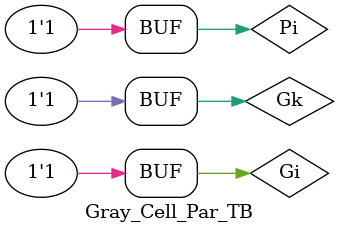
<source format=v>


module Gray_Cell_Par_TB ();
	reg Gi;
	reg Pi;
	reg Gk;
	wire Go;

	Gray_Cell_Par uut(Gi, Pi, Gk, Go);

	initial begin 
		Gi = 1'b0;
		Pi = 1'b0;
		Gk = 1'b0;
	#10
		Gi = 1'b0;
		Pi = 1'b0;
		Gk = 1'b1;
	#10
		Gi = 1'b0;
		Pi = 1'b1;
		Gk = 1'b0;
	#10
		Gi = 1'b0;
		Pi = 1'b1;
		Gk = 1'b1;
	#10
		Gi = 1'b1;
		Pi = 1'b0;
		Gk = 1'b0;
	#10
		Gi = 1'b1;
		Pi = 1'b0;
		Gk = 1'b1;
	#10
		Gi = 1'b1;
		Pi = 1'b1;
		Gk = 1'b0;
	#10
		Gi = 1'b1;
		Pi = 1'b1;
		Gk = 1'b1;
	#10;
	end
endmodule

</source>
